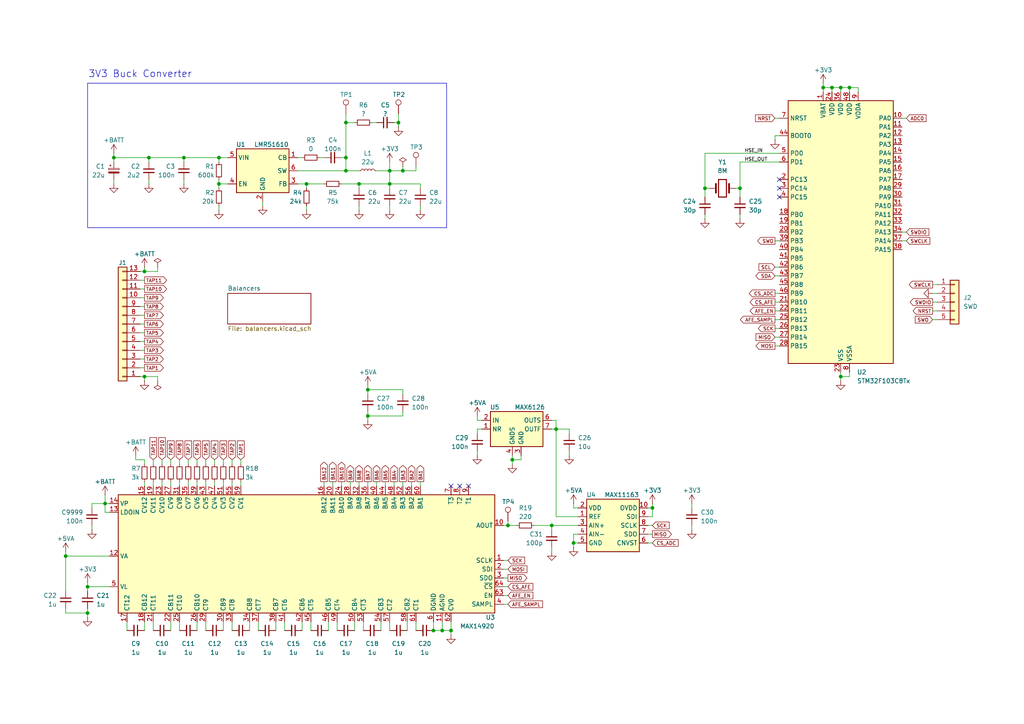
<source format=kicad_sch>
(kicad_sch (version 20231120) (generator "eeschema") (generator_version "8.0")
  (paper "A4")
  (title_block (title "Battery Management System") (date "2025-02-04") (rev "1") (company "York Formula Student"))
  (junction (at 53.34 45.72))
  (junction (at 243.84 25.4))
  (junction (at 189.23 147.32))
  (junction (at 43.18 45.72))
  (junction (at 147.32 152.4))
  (junction (at 166.37 157.48))
  (junction (at 130.81 182.88))
  (junction (at 241.3 25.4))
  (junction (at 116.84 49.53))
  (junction (at 113.03 49.53))
  (junction (at 243.84 109.22))
  (junction (at 25.4 177.8))
  (junction (at 160.02 152.4))
  (junction (at 246.38 25.4))
  (junction (at 100.33 49.53))
  (junction (at 100.33 35.56))
  (junction (at 148.59 133.35))
  (junction (at 125.73 182.88))
  (junction (at 161.29 124.46))
  (junction (at 106.68 120.65))
  (junction (at 63.5 45.72))
  (junction (at 41.91 109.22))
  (junction (at 106.68 113.03))
  (junction (at 214.63 54.61))
  (junction (at 115.57 35.56))
  (junction (at 238.76 25.4))
  (junction (at 63.5 53.34))
  (junction (at 25.4 170.18))
  (junction (at 88.9 53.34))
  (junction (at 204.47 54.61))
  (junction (at 30.48 146.05))
  (junction (at 33.02 45.72))
  (junction (at 100.33 45.72))
  (junction (at 41.91 78.74))
  (junction (at 19.05 161.29))
  (junction (at 128.27 182.88))
  (junction (at 104.14 53.34))
  (junction (at 113.03 53.34))
  (no_connect (at 135.89 140.97))
  (no_connect (at 226.06 52.07))
  (no_connect (at 226.06 54.61))
  (no_connect (at 226.06 57.15))
  (no_connect (at 130.81 140.97))
  (no_connect (at 133.35 140.97))
  (wire (pts (xy 130.81 182.88) (xy 130.81 184.15)))
  (wire (pts (xy 238.76 25.4) (xy 238.76 26.67)))
  (wire (pts (xy 41.91 133.35) (xy 39.37 133.35)))
  (wire (pts (xy 43.18 52.07) (xy 43.18 53.34)))
  (wire (pts (xy 88.9 59.69) (xy 88.9 60.96)))
  (wire (pts (xy 41.91 78.74) (xy 41.91 77.47)))
  (wire (pts (xy 30.48 143.51) (xy 30.48 146.05)))
  (wire (pts (xy 54.61 133.35) (xy 54.61 134.62)))
  (wire (pts (xy 63.5 53.34) (xy 66.04 53.34)))
  (wire (pts (xy 41.91 78.74) (xy 45.72 78.74)))
  (wire (pts (xy 118.11 180.34) (xy 118.11 182.88)))
  (wire (pts (xy 165.1 125.73) (xy 165.1 124.46)))
  (wire (pts (xy 86.36 45.72) (xy 87.63 45.72)))
  (wire (pts (xy 128.27 180.34) (xy 128.27 182.88)))
  (wire (pts (xy 57.15 139.7) (xy 57.15 140.97)))
  (wire (pts (xy 243.84 109.22) (xy 243.84 110.49)))
  (wire (pts (xy 246.38 26.67) (xy 246.38 25.4)))
  (wire (pts (xy 119.38 139.7) (xy 119.38 140.97)))
  (wire (pts (xy 45.72 109.22) (xy 41.91 109.22)))
  (wire (pts (xy 40.64 88.9) (xy 41.91 88.9)))
  (wire (pts (xy 53.34 52.07) (xy 53.34 53.34)))
  (wire (pts (xy 49.53 180.34) (xy 49.53 182.88)))
  (wire (pts (xy 49.53 139.7) (xy 49.53 140.97)))
  (wire (pts (xy 248.92 26.67) (xy 248.92 25.4)))
  (wire (pts (xy 189.23 147.32) (xy 187.96 147.32)))
  (wire (pts (xy 106.68 113.03) (xy 106.68 114.3)))
  (wire (pts (xy 146.05 172.72) (xy 147.32 172.72)))
  (wire (pts (xy 246.38 25.4) (xy 243.84 25.4)))
  (wire (pts (xy 116.84 114.3) (xy 116.84 113.03)))
  (wire (pts (xy 166.37 157.48) (xy 166.37 154.94)))
  (wire (pts (xy 224.79 80.01) (xy 226.06 80.01)))
  (wire (pts (xy 44.45 180.34) (xy 44.45 182.88)))
  (wire (pts (xy 146.05 167.64) (xy 147.32 167.64)))
  (wire (pts (xy 226.06 44.45) (xy 204.47 44.45)))
  (wire (pts (xy 148.59 133.35) (xy 148.59 134.62)))
  (wire (pts (xy 224.79 87.63) (xy 226.06 87.63)))
  (wire (pts (xy 41.91 139.7) (xy 41.91 140.97)))
  (wire (pts (xy 241.3 25.4) (xy 238.76 25.4)))
  (wire (pts (xy 146.05 170.18) (xy 147.32 170.18)))
  (wire (pts (xy 104.14 59.69) (xy 104.14 60.96)))
  (wire (pts (xy 214.63 54.61) (xy 214.63 57.15)))
  (wire (pts (xy 138.43 130.81) (xy 138.43 132.08)))
  (wire (pts (xy 165.1 124.46) (xy 161.29 124.46)))
  (wire (pts (xy 187.96 157.48) (xy 189.23 157.48)))
  (wire (pts (xy 74.93 180.34) (xy 74.93 182.88)))
  (wire (pts (xy 113.03 46.99) (xy 113.03 49.53)))
  (wire (pts (xy 30.48 148.59) (xy 31.75 148.59)))
  (wire (pts (xy 40.64 106.68) (xy 41.91 106.68)))
  (wire (pts (xy 224.79 40.64) (xy 224.79 39.37)))
  (wire (pts (xy 224.79 69.85) (xy 226.06 69.85)))
  (wire (pts (xy 270.51 90.17) (xy 271.78 90.17)))
  (wire (pts (xy 113.03 54.61) (xy 113.03 53.34)))
  (wire (pts (xy 31.75 161.29) (xy 19.05 161.29)))
  (wire (pts (xy 146.05 165.1) (xy 147.32 165.1)))
  (wire (pts (xy 72.39 180.34) (xy 72.39 182.88)))
  (wire (pts (xy 115.57 35.56) (xy 114.3 35.56)))
  (wire (pts (xy 204.47 62.23) (xy 204.47 63.5)))
  (wire (pts (xy 120.65 48.26) (xy 120.65 49.53)))
  (wire (pts (xy 261.62 67.31) (xy 262.89 67.31)))
  (wire (pts (xy 52.07 180.34) (xy 52.07 182.88)))
  (wire (pts (xy 67.31 180.34) (xy 67.31 182.88)))
  (wire (pts (xy 63.5 52.07) (xy 63.5 53.34)))
  (wire (pts (xy 138.43 121.92) (xy 139.7 121.92)))
  (wire (pts (xy 41.91 133.35) (xy 41.91 134.62)))
  (wire (pts (xy 86.36 53.34) (xy 88.9 53.34)))
  (wire (pts (xy 62.23 133.35) (xy 62.23 134.62)))
  (wire (pts (xy 107.95 35.56) (xy 109.22 35.56)))
  (wire (pts (xy 40.64 81.28) (xy 41.91 81.28)))
  (wire (pts (xy 121.92 54.61) (xy 121.92 53.34)))
  (wire (pts (xy 52.07 133.35) (xy 52.07 134.62)))
  (wire (pts (xy 167.64 147.32) (xy 166.37 147.32)))
  (wire (pts (xy 80.01 180.34) (xy 80.01 182.88)))
  (wire (pts (xy 154.94 152.4) (xy 160.02 152.4)))
  (wire (pts (xy 166.37 147.32) (xy 166.37 146.05)))
  (wire (pts (xy 147.32 152.4) (xy 149.86 152.4)))
  (wire (pts (xy 204.47 54.61) (xy 205.74 54.61)))
  (wire (pts (xy 146.05 152.4) (xy 147.32 152.4)))
  (wire (pts (xy 147.32 151.13) (xy 147.32 152.4)))
  (wire (pts (xy 100.33 33.02) (xy 100.33 35.56)))
  (wire (pts (xy 166.37 158.75) (xy 166.37 157.48)))
  (wire (pts (xy 104.14 139.7) (xy 104.14 140.97)))
  (wire (pts (xy 189.23 146.05) (xy 189.23 147.32)))
  (wire (pts (xy 200.66 152.4) (xy 200.66 153.67)))
  (wire (pts (xy 59.69 133.35) (xy 59.69 134.62)))
  (wire (pts (xy 270.51 85.09) (xy 271.78 85.09)))
  (wire (pts (xy 53.34 45.72) (xy 63.5 45.72)))
  (wire (pts (xy 189.23 147.32) (xy 189.23 149.86)))
  (wire (pts (xy 187.96 149.86) (xy 189.23 149.86)))
  (wire (pts (xy 121.92 139.7) (xy 121.92 140.97)))
  (wire (pts (xy 40.64 83.82) (xy 41.91 83.82)))
  (wire (pts (xy 161.29 121.92) (xy 161.29 124.46)))
  (wire (pts (xy 270.51 82.55) (xy 271.78 82.55)))
  (wire (pts (xy 45.72 110.49) (xy 45.72 109.22)))
  (wire (pts (xy 139.7 124.46) (xy 138.43 124.46)))
  (wire (pts (xy 104.14 53.34) (xy 104.14 54.61)))
  (wire (pts (xy 19.05 177.8) (xy 25.4 177.8)))
  (wire (pts (xy 125.73 180.34) (xy 125.73 182.88)))
  (wire (pts (xy 114.3 139.7) (xy 114.3 140.97)))
  (wire (pts (xy 121.92 59.69) (xy 121.92 60.96)))
  (wire (pts (xy 106.68 139.7) (xy 106.68 140.97)))
  (wire (pts (xy 110.49 180.34) (xy 110.49 182.88)))
  (wire (pts (xy 95.25 180.34) (xy 95.25 182.88)))
  (wire (pts (xy 30.48 146.05) (xy 30.48 148.59)))
  (wire (pts (xy 113.03 59.69) (xy 113.03 60.96)))
  (wire (pts (xy 238.76 24.13) (xy 238.76 25.4)))
  (wire (pts (xy 148.59 132.08) (xy 148.59 133.35)))
  (wire (pts (xy 33.02 44.45) (xy 33.02 45.72)))
  (wire (pts (xy 115.57 33.02) (xy 115.57 35.56)))
  (wire (pts (xy 82.55 180.34) (xy 82.55 182.88)))
  (wire (pts (xy 116.84 113.03) (xy 106.68 113.03)))
  (wire (pts (xy 100.33 35.56) (xy 100.33 45.72)))
  (wire (pts (xy 104.14 53.34) (xy 99.06 53.34)))
  (wire (pts (xy 167.64 154.94) (xy 166.37 154.94)))
  (wire (pts (xy 214.63 46.99) (xy 214.63 54.61)))
  (wire (pts (xy 87.63 180.34) (xy 87.63 182.88)))
  (wire (pts (xy 116.84 120.65) (xy 106.68 120.65)))
  (wire (pts (xy 63.5 45.72) (xy 63.5 46.99)))
  (wire (pts (xy 54.61 139.7) (xy 54.61 140.97)))
  (wire (pts (xy 46.99 133.35) (xy 46.99 134.62)))
  (wire (pts (xy 116.84 49.53) (xy 113.03 49.53)))
  (wire (pts (xy 109.22 49.53) (xy 113.03 49.53)))
  (wire (pts (xy 204.47 54.61) (xy 204.47 57.15)))
  (wire (pts (xy 63.5 53.34) (xy 63.5 54.61)))
  (wire (pts (xy 25.4 176.53) (xy 25.4 177.8)))
  (wire (pts (xy 138.43 120.65) (xy 138.43 121.92)))
  (wire (pts (xy 88.9 53.34) (xy 93.98 53.34)))
  (wire (pts (xy 116.84 119.38) (xy 116.84 120.65)))
  (wire (pts (xy 40.64 93.98) (xy 41.91 93.98)))
  (wire (pts (xy 64.77 133.35) (xy 64.77 134.62)))
  (wire (pts (xy 116.84 139.7) (xy 116.84 140.97)))
  (wire (pts (xy 214.63 54.61) (xy 213.36 54.61)))
  (wire (pts (xy 44.45 139.7) (xy 44.45 140.97)))
  (wire (pts (xy 40.64 109.22) (xy 41.91 109.22)))
  (wire (pts (xy 19.05 176.53) (xy 19.05 177.8)))
  (wire (pts (xy 40.64 78.74) (xy 41.91 78.74)))
  (wire (pts (xy 40.64 96.52) (xy 41.91 96.52)))
  (wire (pts (xy 224.79 39.37) (xy 226.06 39.37)))
  (wire (pts (xy 224.79 100.33) (xy 226.06 100.33)))
  (wire (pts (xy 69.85 133.35) (xy 69.85 134.62)))
  (wire (pts (xy 57.15 133.35) (xy 57.15 134.62)))
  (wire (pts (xy 19.05 161.29) (xy 19.05 171.45)))
  (wire (pts (xy 160.02 153.67) (xy 160.02 152.4)))
  (wire (pts (xy 105.41 180.34) (xy 105.41 182.88)))
  (wire (pts (xy 224.79 90.17) (xy 226.06 90.17)))
  (wire (pts (xy 224.79 77.47) (xy 226.06 77.47)))
  (wire (pts (xy 160.02 158.75) (xy 160.02 160.02)))
  (wire (pts (xy 40.64 86.36) (xy 41.91 86.36)))
  (wire (pts (xy 243.84 107.95) (xy 243.84 109.22)))
  (wire (pts (xy 100.33 49.53) (xy 104.14 49.53)))
  (wire (pts (xy 167.64 149.86) (xy 161.29 149.86)))
  (wire (pts (xy 44.45 133.35) (xy 44.45 134.62)))
  (wire (pts (xy 59.69 180.34) (xy 59.69 182.88)))
  (wire (pts (xy 25.4 170.18) (xy 31.75 170.18)))
  (wire (pts (xy 224.79 85.09) (xy 226.06 85.09)))
  (wire (pts (xy 90.17 180.34) (xy 90.17 182.88)))
  (wire (pts (xy 106.68 111.76) (xy 106.68 113.03)))
  (wire (pts (xy 241.3 26.67) (xy 241.3 25.4)))
  (wire (pts (xy 25.4 170.18) (xy 25.4 171.45)))
  (wire (pts (xy 113.03 49.53) (xy 113.03 53.34)))
  (wire (pts (xy 43.18 45.72) (xy 53.34 45.72)))
  (wire (pts (xy 59.69 139.7) (xy 59.69 140.97)))
  (wire (pts (xy 100.33 35.56) (xy 102.87 35.56)))
  (wire (pts (xy 53.34 46.99) (xy 53.34 45.72)))
  (wire (pts (xy 214.63 62.23) (xy 214.63 63.5)))
  (wire (pts (xy 41.91 109.22) (xy 41.91 110.49)))
  (wire (pts (xy 41.91 180.34) (xy 41.91 182.88)))
  (wire (pts (xy 33.02 52.07) (xy 33.02 53.34)))
  (wire (pts (xy 19.05 160.02) (xy 19.05 161.29)))
  (wire (pts (xy 130.81 182.88) (xy 128.27 182.88)))
  (wire (pts (xy 116.84 48.26) (xy 116.84 49.53)))
  (wire (pts (xy 224.79 92.71) (xy 226.06 92.71)))
  (wire (pts (xy 63.5 59.69) (xy 63.5 60.96)))
  (wire (pts (xy 36.83 180.34) (xy 36.83 182.88)))
  (wire (pts (xy 224.79 95.25) (xy 226.06 95.25)))
  (wire (pts (xy 270.51 87.63) (xy 271.78 87.63)))
  (wire (pts (xy 226.06 46.99) (xy 214.63 46.99)))
  (wire (pts (xy 111.76 139.7) (xy 111.76 140.97)))
  (wire (pts (xy 101.6 139.7) (xy 101.6 140.97)))
  (wire (pts (xy 40.64 99.06) (xy 41.91 99.06)))
  (wire (pts (xy 26.67 152.4) (xy 26.67 153.67)))
  (wire (pts (xy 93.98 139.7) (xy 93.98 140.97)))
  (wire (pts (xy 67.31 139.7) (xy 67.31 140.97)))
  (wire (pts (xy 97.79 180.34) (xy 97.79 182.88)))
  (wire (pts (xy 99.06 139.7) (xy 99.06 140.97)))
  (wire (pts (xy 151.13 132.08) (xy 151.13 133.35)))
  (wire (pts (xy 248.92 25.4) (xy 246.38 25.4)))
  (wire (pts (xy 166.37 157.48) (xy 167.64 157.48)))
  (wire (pts (xy 69.85 139.7) (xy 69.85 140.97)))
  (wire (pts (xy 161.29 124.46) (xy 160.02 124.46)))
  (wire (pts (xy 148.59 133.35) (xy 151.13 133.35)))
  (wire (pts (xy 187.96 152.4) (xy 189.23 152.4)))
  (wire (pts (xy 99.06 45.72) (xy 100.33 45.72)))
  (wire (pts (xy 187.96 154.94) (xy 189.23 154.94)))
  (wire (pts (xy 128.27 182.88) (xy 125.73 182.88)))
  (wire (pts (xy 246.38 109.22) (xy 243.84 109.22)))
  (wire (pts (xy 138.43 124.46) (xy 138.43 125.73)))
  (wire (pts (xy 224.79 34.29) (xy 226.06 34.29)))
  (wire (pts (xy 120.65 49.53) (xy 116.84 49.53)))
  (wire (pts (xy 52.07 139.7) (xy 52.07 140.97)))
  (wire (pts (xy 76.2 59.69) (xy 76.2 58.42)))
  (wire (pts (xy 62.23 139.7) (xy 62.23 140.97)))
  (wire (pts (xy 43.18 46.99) (xy 43.18 45.72)))
  (wire (pts (xy 109.22 139.7) (xy 109.22 140.97)))
  (wire (pts (xy 113.03 53.34) (xy 104.14 53.34)))
  (wire (pts (xy 64.77 180.34) (xy 64.77 182.88)))
  (wire (pts (xy 106.68 121.92) (xy 106.68 120.65)))
  (wire (pts (xy 160.02 121.92) (xy 161.29 121.92)))
  (wire (pts (xy 120.65 180.34) (xy 120.65 182.88)))
  (wire (pts (xy 261.62 69.85) (xy 262.89 69.85)))
  (wire (pts (xy 39.37 133.35) (xy 39.37 132.08)))
  (wire (pts (xy 40.64 91.44) (xy 41.91 91.44)))
  (wire (pts (xy 102.87 180.34) (xy 102.87 182.88)))
  (wire (pts (xy 161.29 124.46) (xy 161.29 149.86)))
  (wire (pts (xy 26.67 147.32) (xy 26.67 146.05)))
  (wire (pts (xy 243.84 25.4) (xy 241.3 25.4)))
  (wire (pts (xy 100.33 45.72) (xy 100.33 49.53)))
  (wire (pts (xy 88.9 53.34) (xy 88.9 54.61)))
  (wire (pts (xy 67.31 133.35) (xy 67.31 134.62)))
  (wire (pts (xy 25.4 168.91) (xy 25.4 170.18)))
  (wire (pts (xy 204.47 44.45) (xy 204.47 54.61)))
  (wire (pts (xy 46.99 139.7) (xy 46.99 140.97)))
  (wire (pts (xy 224.79 97.79) (xy 226.06 97.79)))
  (wire (pts (xy 243.84 26.67) (xy 243.84 25.4)))
  (wire (pts (xy 49.53 133.35) (xy 49.53 134.62)))
  (wire (pts (xy 25.4 177.8) (xy 25.4 179.07)))
  (wire (pts (xy 92.71 45.72) (xy 93.98 45.72)))
  (wire (pts (xy 96.52 139.7) (xy 96.52 140.97)))
  (wire (pts (xy 113.03 53.34) (xy 121.92 53.34)))
  (wire (pts (xy 64.77 139.7) (xy 64.77 140.97)))
  (wire (pts (xy 261.62 34.29) (xy 262.89 34.29)))
  (wire (pts (xy 200.66 146.05) (xy 200.66 147.32)))
  (wire (pts (xy 270.51 92.71) (xy 271.78 92.71)))
  (wire (pts (xy 40.64 101.6) (xy 41.91 101.6)))
  (wire (pts (xy 63.5 45.72) (xy 66.04 45.72)))
  (wire (pts (xy 130.81 180.34) (xy 130.81 182.88)))
  (wire (pts (xy 40.64 104.14) (xy 41.91 104.14)))
  (wire (pts (xy 57.15 180.34) (xy 57.15 182.88)))
  (wire (pts (xy 33.02 46.99) (xy 33.02 45.72)))
  (wire (pts (xy 160.02 152.4) (xy 167.64 152.4)))
  (wire (pts (xy 146.05 175.26) (xy 147.32 175.26)))
  (wire (pts (xy 146.05 162.56) (xy 147.32 162.56)))
  (wire (pts (xy 31.75 146.05) (xy 30.48 146.05)))
  (wire (pts (xy 106.68 119.38) (xy 106.68 120.65)))
  (wire (pts (xy 26.67 146.05) (xy 30.48 146.05)))
  (wire (pts (xy 33.02 45.72) (xy 43.18 45.72)))
  (wire (pts (xy 165.1 130.81) (xy 165.1 132.08)))
  (wire (pts (xy 246.38 107.95) (xy 246.38 109.22)))
  (wire (pts (xy 115.57 36.83) (xy 115.57 35.56)))
  (wire (pts (xy 45.72 77.47) (xy 45.72 78.74)))
  (wire (pts (xy 86.36 49.53) (xy 100.33 49.53)))
  (wire (pts (xy 113.03 180.34) (xy 113.03 182.88)))
  (rectangle (start 25.4 24.13) (end 129.54 66.04))
  (text "3V3 Buck Converter" (at 40.64 21.59 0) (effects (font (size 2 2))))
  (label "HSE_IN" (at 215.9 44.45 0) (effects (font (size 1 1))))
  (label "HSE_OUT" (at 215.9 46.99 0) (effects (font (size 1 1))))
  (global_label "ADC0" (shape input) (at 262.89 34.29 0) (effects (font (size 1 1))) (property "Intersheetrefs" "${INTERSHEET_REFS}" (effects (hide yes))))
  (global_label "TAP2" (shape output) (at 41.91 104.14 0) (effects (font (size 1 1))) (property "Intersheetrefs" "${INTERSHEET_REFS}" (effects (hide yes))))
  (global_label "CS_ADC" (shape input) (at 189.23 157.48 0) (effects (font (size 1 1))) (property "Intersheetrefs" "${INTERSHEET_REFS}" (effects (hide yes))))
  (global_label "TAP8" (shape output) (at 41.91 88.9 0) (effects (font (size 1 1))) (property "Intersheetrefs" "${INTERSHEET_REFS}" (effects (hide yes))))
  (global_label "BA8" (shape output) (at 104.14 139.7 90) (effects (font (size 1 1))) (property "Intersheetrefs" "${INTERSHEET_REFS}" (effects (hide yes))))
  (global_label "MISO" (shape output) (at 147.32 167.64 0) (effects (font (size 1 1))) (property "Intersheetrefs" "${INTERSHEET_REFS}" (effects (hide yes))))
  (global_label "TAP4" (shape output) (at 41.91 99.06 0) (effects (font (size 1 1))) (property "Intersheetrefs" "${INTERSHEET_REFS}" (effects (hide yes))))
  (global_label "SDA" (shape bidirectional) (at 224.79 80.01 180) (effects (font (size 1 1))) (property "Intersheetrefs" "${INTERSHEET_REFS}" (effects (hide yes))))
  (global_label "TAP9" (shape output) (at 41.91 86.36 0) (effects (font (size 1 1))) (property "Intersheetrefs" "${INTERSHEET_REFS}" (effects (hide yes))))
  (global_label "TAP3" (shape input) (at 64.77 133.35 90) (effects (font (size 1 1))) (property "Intersheetrefs" "${INTERSHEET_REFS}" (effects (hide yes))))
  (global_label "TAP5" (shape input) (at 59.69 133.35 90) (effects (font (size 1 1))) (property "Intersheetrefs" "${INTERSHEET_REFS}" (effects (hide yes))))
  (global_label "BA11" (shape output) (at 96.52 139.7 90) (effects (font (size 1 1))) (property "Intersheetrefs" "${INTERSHEET_REFS}" (effects (hide yes))))
  (global_label "TAP1" (shape output) (at 41.91 106.68 0) (effects (font (size 1 1))) (property "Intersheetrefs" "${INTERSHEET_REFS}" (effects (hide yes))))
  (global_label "TAP11" (shape input) (at 44.45 133.35 90) (effects (font (size 1 1))) (property "Intersheetrefs" "${INTERSHEET_REFS}" (effects (hide yes))))
  (global_label "TAP3" (shape output) (at 41.91 101.6 0) (effects (font (size 1 1))) (property "Intersheetrefs" "${INTERSHEET_REFS}" (effects (hide yes))))
  (global_label "BA6" (shape output) (at 109.22 139.7 90) (effects (font (size 1 1))) (property "Intersheetrefs" "${INTERSHEET_REFS}" (effects (hide yes))))
  (global_label "BA5" (shape output) (at 111.76 139.7 90) (effects (font (size 1 1))) (property "Intersheetrefs" "${INTERSHEET_REFS}" (effects (hide yes))))
  (global_label "CS_AFE" (shape input) (at 147.32 170.18 0) (effects (font (size 1 1))) (property "Intersheetrefs" "${INTERSHEET_REFS}" (effects (hide yes))))
  (global_label "MISO" (shape output) (at 189.23 154.94 0) (effects (font (size 1 1))) (property "Intersheetrefs" "${INTERSHEET_REFS}" (effects (hide yes))))
  (global_label "TAP7" (shape output) (at 41.91 91.44 0) (effects (font (size 1 1))) (property "Intersheetrefs" "${INTERSHEET_REFS}" (effects (hide yes))))
  (global_label "NRST" (shape input) (at 224.79 34.29 180) (effects (font (size 1 1))) (property "Intersheetrefs" "${INTERSHEET_REFS}" (effects (hide yes))))
  (global_label "SCK" (shape input) (at 189.23 152.4 0) (effects (font (size 1 1))) (property "Intersheetrefs" "${INTERSHEET_REFS}" (effects (hide yes))))
  (global_label "SWCLK" (shape input) (at 262.89 69.85 0) (effects (font (size 1 1))) (property "Intersheetrefs" "${INTERSHEET_REFS}" (effects (hide yes))))
  (global_label "TAP8" (shape input) (at 52.07 133.35 90) (effects (font (size 1 1))) (property "Intersheetrefs" "${INTERSHEET_REFS}" (effects (hide yes))))
  (global_label "TAP5" (shape output) (at 41.91 96.52 0) (effects (font (size 1 1))) (property "Intersheetrefs" "${INTERSHEET_REFS}" (effects (hide yes))))
  (global_label "SWDIO" (shape input) (at 262.89 67.31 0) (effects (font (size 1 1))) (property "Intersheetrefs" "${INTERSHEET_REFS}" (effects (hide yes))))
  (global_label "BA7" (shape output) (at 106.68 139.7 90) (effects (font (size 1 1))) (property "Intersheetrefs" "${INTERSHEET_REFS}" (effects (hide yes))))
  (global_label "AFE_SAMPL" (shape input) (at 147.32 175.26 0) (effects (font (size 1 1))) (property "Intersheetrefs" "${INTERSHEET_REFS}" (effects (hide yes))))
  (global_label "TAP6" (shape output) (at 41.91 93.98 0) (effects (font (size 1 1))) (property "Intersheetrefs" "${INTERSHEET_REFS}" (effects (hide yes))))
  (global_label "BA4" (shape output) (at 114.3 139.7 90) (effects (font (size 1 1))) (property "Intersheetrefs" "${INTERSHEET_REFS}" (effects (hide yes))))
  (global_label "TAP7" (shape input) (at 54.61 133.35 90) (effects (font (size 1 1))) (property "Intersheetrefs" "${INTERSHEET_REFS}" (effects (hide yes))))
  (global_label "TAP9" (shape input) (at 49.53 133.35 90) (effects (font (size 1 1))) (property "Intersheetrefs" "${INTERSHEET_REFS}" (effects (hide yes))))
  (global_label "NRST" (shape output) (at 270.51 90.17 180) (effects (font (size 1 1))) (property "Intersheetrefs" "${INTERSHEET_REFS}" (effects (hide yes))))
  (global_label "BA2" (shape output) (at 119.38 139.7 90) (effects (font (size 1 1))) (property "Intersheetrefs" "${INTERSHEET_REFS}" (effects (hide yes))))
  (global_label "SWDIO" (shape output) (at 270.51 87.63 180) (effects (font (size 1 1))) (property "Intersheetrefs" "${INTERSHEET_REFS}" (effects (hide yes))))
  (global_label "AFE_EN" (shape input) (at 147.32 172.72 0) (effects (font (size 1 1))) (property "Intersheetrefs" "${INTERSHEET_REFS}" (effects (hide yes))))
  (global_label "SWO" (shape input) (at 270.51 92.71 180) (effects (font (size 1 1))) (property "Intersheetrefs" "${INTERSHEET_REFS}" (effects (hide yes))))
  (global_label "SCK" (shape input) (at 147.32 162.56 0) (effects (font (size 1 1))) (property "Intersheetrefs" "${INTERSHEET_REFS}" (effects (hide yes))))
  (global_label "SWO" (shape output) (at 224.79 69.85 180) (effects (font (size 1 1))) (property "Intersheetrefs" "${INTERSHEET_REFS}" (effects (hide yes))))
  (global_label "AFE_SAMPL" (shape output) (at 224.79 92.71 180) (effects (font (size 1 1))) (property "Intersheetrefs" "${INTERSHEET_REFS}" (effects (hide yes))))
  (global_label "SCL" (shape input) (at 224.79 77.47 180) (effects (font (size 1 1))) (property "Intersheetrefs" "${INTERSHEET_REFS}" (effects (hide yes))))
  (global_label "BA9" (shape output) (at 101.6 139.7 90) (effects (font (size 1 1))) (property "Intersheetrefs" "${INTERSHEET_REFS}" (effects (hide yes))))
  (global_label "TAP6" (shape input) (at 57.15 133.35 90) (effects (font (size 1 1))) (property "Intersheetrefs" "${INTERSHEET_REFS}" (effects (hide yes))))
  (global_label "CS_AFE" (shape output) (at 224.79 87.63 180) (effects (font (size 1 1))) (property "Intersheetrefs" "${INTERSHEET_REFS}" (effects (hide yes))))
  (global_label "TAP1" (shape input) (at 69.85 133.35 90) (effects (font (size 1 1))) (property "Intersheetrefs" "${INTERSHEET_REFS}" (effects (hide yes))))
  (global_label "TAP10" (shape input) (at 46.99 133.35 90) (effects (font (size 1 1))) (property "Intersheetrefs" "${INTERSHEET_REFS}" (effects (hide yes))))
  (global_label "SCK" (shape output) (at 224.79 95.25 180) (effects (font (size 1 1))) (property "Intersheetrefs" "${INTERSHEET_REFS}" (effects (hide yes))))
  (global_label "TAP4" (shape input) (at 62.23 133.35 90) (effects (font (size 1 1))) (property "Intersheetrefs" "${INTERSHEET_REFS}" (effects (hide yes))))
  (global_label "BA1" (shape output) (at 121.92 139.7 90) (effects (font (size 1 1))) (property "Intersheetrefs" "${INTERSHEET_REFS}" (effects (hide yes))))
  (global_label "MOSI" (shape input) (at 147.32 165.1 0) (effects (font (size 1 1))) (property "Intersheetrefs" "${INTERSHEET_REFS}" (effects (hide yes))))
  (global_label "MISO" (shape input) (at 224.79 97.79 180) (effects (font (size 1 1))) (property "Intersheetrefs" "${INTERSHEET_REFS}" (effects (hide yes))))
  (global_label "MOSI" (shape output) (at 224.79 100.33 180) (effects (font (size 1 1))) (property "Intersheetrefs" "${INTERSHEET_REFS}" (effects (hide yes))))
  (global_label "SWCLK" (shape output) (at 270.51 82.55 180) (effects (font (size 1 1))) (property "Intersheetrefs" "${INTERSHEET_REFS}" (effects (hide yes))))
  (global_label "CS_ADC" (shape output) (at 224.79 85.09 180) (effects (font (size 1 1))) (property "Intersheetrefs" "${INTERSHEET_REFS}" (effects (hide yes))))
  (global_label "BA3" (shape output) (at 116.84 139.7 90) (effects (font (size 1 1))) (property "Intersheetrefs" "${INTERSHEET_REFS}" (effects (hide yes))))
  (global_label "TAP10" (shape output) (at 41.91 83.82 0) (effects (font (size 1 1))) (property "Intersheetrefs" "${INTERSHEET_REFS}" (effects (hide yes))))
  (global_label "TAP2" (shape input) (at 67.31 133.35 90) (effects (font (size 1 1))) (property "Intersheetrefs" "${INTERSHEET_REFS}" (effects (hide yes))))
  (global_label "BA12" (shape output) (at 93.98 139.7 90) (effects (font (size 1 1))) (property "Intersheetrefs" "${INTERSHEET_REFS}" (effects (hide yes))))
  (global_label "BA10" (shape output) (at 99.06 139.7 90) (effects (font (size 1 1))) (property "Intersheetrefs" "${INTERSHEET_REFS}" (effects (hide yes))))
  (global_label "TAP11" (shape output) (at 41.91 81.28 0) (effects (font (size 1 1))) (property "Intersheetrefs" "${INTERSHEET_REFS}" (effects (hide yes))))
  (global_label "AFE_EN" (shape output) (at 224.79 90.17 180) (effects (font (size 1 1))) (property "Intersheetrefs" "${INTERSHEET_REFS}" (effects (hide yes))))
  (symbol (lib_id "Device:C_Small") (at 69.85 182.88 270) (mirror x) (unit 1)
    (property "Reference" "C13" (at 69.85 186.69 90))
    (property "Value" "1u" (at 69.85 189.23 90))
    (property "Footprint" "Capacitor_SMD:C_0603_1608Metric" (effects (hide yes)))
    (property "Description" "Unpolarized capacitor, small symbol" (effects (hide yes)))
    (property "Role" "MAX14920 sample capacitor" (effects (hide yes)))
  )
  (symbol (lib_id "Device:R_Small") (at 46.99 137.16 180) (unit 1)
    (property "Reference" "R9" (effects (hide yes)))
    (property "Value" "3k" (effects (hide yes)))
    (property "Footprint" "Resistor_SMD:R_0603_1608Metric" (effects (hide yes)))
    (property "Description" "Resistor, small symbol" (effects (hide yes)))
    (property "Role" "MAX14920 sample resistor" (effects (hide yes)))
  )
  (symbol (lib_id "Device:R_Small") (at 59.69 137.16 180) (unit 1)
    (property "Reference" "R14" (effects (hide yes)))
    (property "Value" "3k" (effects (hide yes)))
    (property "Footprint" "Resistor_SMD:R_0603_1608Metric" (effects (hide yes)))
    (property "Description" "Resistor, small symbol" (effects (hide yes)))
    (property "Role" "MAX14920 sample resistor" (effects (hide yes)))
  )
  (symbol (lib_id "power:+3V3") (at 113.03 46.99 0) (unit 1)
    (property "Reference" "#PWR015" (effects (hide yes)))
    (property "Value" "+3V3" (at 113.03 43.18 0))
    (property "Description" "Power symbol creates a global label with name \"+3V3\"" (effects (hide yes)))
  )
  (symbol (lib_id "power:GND") (at 224.79 40.64 0) (unit 1)
    (property "Reference" "#PWR024" (effects (hide yes)))
    (property "Value" "GND" (effects (hide yes)))
    (property "Description" "Power symbol creates a global label with name \"GND\" , ground" (effects (hide yes)))
  )
  (symbol (lib_id "Device:R_Small") (at 49.53 137.16 180) (unit 1)
    (property "Reference" "R10" (effects (hide yes)))
    (property "Value" "3k" (effects (hide yes)))
    (property "Footprint" "Resistor_SMD:R_0603_1608Metric" (effects (hide yes)))
    (property "Description" "Resistor, small symbol" (effects (hide yes)))
    (property "Role" "MAX14920 sample resistor" (effects (hide yes)))
  )
  (symbol (lib_id "Device:R_Small") (at 52.07 137.16 180) (unit 1)
    (property "Reference" "R11" (effects (hide yes)))
    (property "Value" "3k" (effects (hide yes)))
    (property "Footprint" "Resistor_SMD:R_0603_1608Metric" (effects (hide yes)))
    (property "Description" "Resistor, small symbol" (effects (hide yes)))
    (property "Role" "MAX14920 sample resistor" (effects (hide yes)))
  )
  (symbol (lib_id "Device:R_Small") (at 54.61 137.16 180) (unit 1)
    (property "Reference" "R12" (effects (hide yes)))
    (property "Value" "3k" (effects (hide yes)))
    (property "Footprint" "Resistor_SMD:R_0603_1608Metric" (effects (hide yes)))
    (property "Description" "Resistor, small symbol" (effects (hide yes)))
    (property "Role" "MAX14920 sample resistor" (effects (hide yes)))
  )
  (symbol (lib_id "power:GND") (at 41.91 110.49 0) (unit 1)
    (property "Reference" "#PWR011" (effects (hide yes)))
    (property "Value" "GND" (effects (hide yes)))
    (property "Description" "Power symbol creates a global label with name \"GND\" , ground" (effects (hide yes)))
  )
  (symbol (lib_id "Device:C_Small") (at 214.63 59.69 0) (mirror y) (unit 1)
    (property "Reference" "C25" (at 217.17 58.4262 0) (effects (justify right)))
    (property "Value" "30p" (at 217.17 60.9662 0) (effects (justify right)))
    (property "Footprint" "Capacitor_SMD:C_0603_1608Metric" (effects (hide yes)))
    (property "Description" "Unpolarized capacitor, small symbol" (effects (hide yes)))
    (property "Role" "Crystal load capacitor" (effects (hide yes)))
  )
  (symbol (lib_id "Device:R_Small") (at 63.5 57.15 0) (unit 1)
    (property "Reference" "R2" (at 62.23 55.88 0) (effects (justify right)))
    (property "Value" "20k" (at 62.23 58.42 0) (effects (justify right)))
    (property "Footprint" "Resistor_SMD:R_0603_1608Metric" (effects (hide yes)))
    (property "Description" "Resistor, small symbol" (effects (hide yes)))
    (property "Role" "LMR51610 enable potential divider (bottom resistor)" (effects (hide yes)))
  )
  (symbol (lib_id "Device:C_Small") (at 46.99 182.88 270) (mirror x) (unit 1)
    (property "Reference" "C10" (at 46.99 186.69 90))
    (property "Value" "1u" (at 46.99 189.23 90))
    (property "Footprint" "Capacitor_SMD:C_0603_1608Metric" (effects (hide yes)))
    (property "Description" "Unpolarized capacitor, small symbol" (effects (hide yes)))
    (property "Role" "MAX14920 sample capacitor" (effects (hide yes)))
  )
  (symbol (lib_id "Connector:TestPoint") (at 100.33 33.02 0) (unit 1)
    (property "Reference" "TP1" (at 98.6188 27.4364 0) (effects (justify left)))
    (property "Value" "TestPoint" (effects (hide yes)))
    (property "Footprint" "TestPoint:TestPoint_Keystone_5000-5004_Miniature" (effects (hide yes)))
    (property "Description" "test point" (effects (hide yes)))
    (property "Role" "LMR51610 switch node" (effects (hide yes)))
  )
  (symbol (lib_id "Device:R_Small") (at 88.9 57.15 0) (mirror y) (unit 1)
    (property "Reference" "R4" (at 87.63 55.88 0) (effects (justify left)))
    (property "Value" "24k" (at 87.63 58.42 0) (effects (justify left)))
    (property "Footprint" "Resistor_SMD:R_0603_1608Metric" (effects (hide yes)))
    (property "Description" "Resistor, small symbol" (effects (hide yes)))
    (property "Role" "LMR51610 feedback potential divider (bottom resistor)" (effects (hide yes)))
  )
  (symbol (lib_id "Device:R_Small") (at 64.77 137.16 180) (unit 1)
    (property "Reference" "R16" (effects (hide yes)))
    (property "Value" "3k" (effects (hide yes)))
    (property "Footprint" "Resistor_SMD:R_0603_1608Metric" (effects (hide yes)))
    (property "Description" "Resistor, small symbol" (effects (hide yes)))
    (property "Role" "MAX14920 sample resistor" (effects (hide yes)))
  )
  (symbol (lib_id "power:PWR_FLAG") (at 45.72 77.47 0) (unit 1)
    (property "Reference" "#FLG01" (effects (hide yes)))
    (property "Value" "PWR_FLAG" (effects (hide yes)))
    (property "Description" "Special symbol for telling ERC where power comes from" (effects (hide yes)))
  )
  (symbol (lib_id "Device:C_Small") (at 77.47 182.88 270) (mirror x) (unit 1)
    (property "Reference" "C14" (at 77.47 186.69 90))
    (property "Value" "1u" (at 77.47 189.23 90))
    (property "Footprint" "Capacitor_SMD:C_0603_1608Metric" (effects (hide yes)))
    (property "Description" "Unpolarized capacitor, small symbol" (effects (hide yes)))
    (property "Role" "MAX14920 sample capacitor" (effects (hide yes)))
  )
  (symbol (lib_id "bms:MAX11163") (at 170.18 144.78 0) (unit 1)
    (property "Reference" "U4" (at 171.45 143.51 0))
    (property "Value" "MAX11163" (at 180.34 143.51 0))
    (property "Footprint" "Package_SO:MSOP-10_3x3mm_P0.5mm" (effects (hide yes)))
    (property "Datasheet" "https://www.analog.com/media/en/technical-documentation/data-sheets/max11163.pdf" (effects (hide yes)))
    (property "Description" "16-Bit 250ksps SAR ADC" (effects (hide yes)))
    (property "Role" "ADC" (effects (hide yes)))
  )
  (symbol (lib_id "power:+5VA") (at 106.68 111.76 0) (unit 1)
    (property "Reference" "#PWR029" (effects (hide yes)))
    (property "Value" "+5VA" (at 106.68 107.95 0))
    (property "Description" "Power symbol creates a global label with name \"+5VA\"" (effects (hide yes)))
  )
  (symbol (lib_id "power:+BATT") (at 39.37 132.08 0) (unit 1)
    (property "Reference" "#PWR038" (effects (hide yes)))
    (property "Value" "+BATT" (at 39.37 128.27 0))
    (property "Description" "Power symbol creates a global label with name \"+BATT\"" (effects (hide yes)))
  )
  (symbol (lib_id "power:+BATT") (at 41.91 77.47 0) (unit 1)
    (property "Reference" "#PWR012" (effects (hide yes)))
    (property "Value" "+BATT" (at 41.91 73.66 0))
    (property "Description" "Power symbol creates a global label with name \"+BATT\"" (effects (hide yes)))
  )
  (symbol (lib_id "Connector_Generic:Conn_01x13") (at 35.56 93.98 180) (unit 1)
    (property "Reference" "J1" (at 35.56 76.2 0))
    (property "Value" "Conn_01x13" (effects (hide yes)))
    (property "Description" "Generic connector, single row, 01x13, script generated (kicad-library-utils/schlib/autogen/connector/)" (effects (hide yes)))
  )
  (symbol (lib_id "Device:C_Small") (at 165.1 128.27 0) (unit 1)
    (property "Reference" "C26" (at 167.64 127.0062 0) (effects (justify left)))
    (property "Value" "10u" (at 167.64 129.5462 0) (effects (justify left)))
    (property "Description" "Unpolarized capacitor, small symbol" (effects (hide yes)))
    (property "Role" "MAX6126 output reference decoupling" (effects (hide yes)))
  )
  (symbol (lib_id "power:GND") (at 26.67 153.67 0) (unit 1)
    (property "Reference" "#PWR018" (effects (hide yes)))
    (property "Value" "GND" (effects (hide yes)))
    (property "Description" "Power symbol creates a global label with name \"GND\" , ground" (effects (hide yes)))
  )
  (symbol (lib_id "Device:C_Small") (at 85.09 182.88 270) (mirror x) (unit 1)
    (property "Reference" "C15" (at 85.09 186.69 90))
    (property "Value" "1u" (at 85.09 189.23 90))
    (property "Footprint" "Capacitor_SMD:C_0603_1608Metric" (effects (hide yes)))
    (property "Description" "Unpolarized capacitor, small symbol" (effects (hide yes)))
    (property "Role" "MAX14920 sample capacitor" (effects (hide yes)))
  )
  (symbol (lib_id "power:GND") (at 200.66 153.67 0) (unit 1)
    (property "Reference" "#PWR036" (effects (hide yes)))
    (property "Value" "GND" (effects (hide yes)))
    (property "Description" "Power symbol creates a global label with name \"GND\" , ground" (effects (hide yes)))
  )
  (symbol (lib_id "power:+BATT") (at 30.48 143.51 0) (unit 1)
    (property "Reference" "#PWR025" (effects (hide yes)))
    (property "Value" "+BATT" (at 30.48 139.7 0))
    (property "Description" "Power symbol creates a global label with name \"+BATT\"" (effects (hide yes)))
  )
  (symbol (lib_id "bms:LMR51610") (at 68.58 43.18 0) (unit 1)
    (property "Reference" "U1" (at 69.85 41.91 0))
    (property "Value" "LMR51610" (at 78.74 41.91 0))
    (property "Footprint" "Package_TO_SOT_SMD:SOT-23-6" (effects (hide yes)))
    (property "Datasheet" "https://www.ti.com/lit/ds/symlink/lmr51610.pdf" (effects (hide yes)))
    (property "Description" "4-65V input 1A buck converter" (effects (hide yes)))
    (property "Role" "Vbatt to 3V3 buck converter" (effects (hide yes)))
  )
  (symbol (lib_id "power:PWR_FLAG") (at 45.72 110.49 180) (unit 1)
    (property "Reference" "#FLG03" (effects (hide yes)))
    (property "Value" "PWR_FLAG" (effects (hide yes)))
    (property "Description" "Special symbol for telling ERC where power comes from" (effects (hide yes)))
  )
  (symbol (lib_id "power:PWR_FLAG") (at 116.84 48.26 0) (unit 1)
    (property "Reference" "#FLG02" (effects (hide yes)))
    (property "Value" "PWR_FLAG" (effects (hide yes)))
    (property "Description" "Special symbol for telling ERC where power comes from" (effects (hide yes)))
  )
  (symbol (lib_id "power:GND") (at 243.84 110.49 0) (unit 1)
    (property "Reference" "#PWR020" (effects (hide yes)))
    (property "Value" "GND" (effects (hide yes)))
    (property "Description" "Power symbol creates a global label with name \"GND\" , ground" (effects (hide yes)))
  )
  (symbol (lib_id "Device:C_Small") (at 200.66 149.86 0) (unit 1)
    (property "Reference" "C30" (at 203.2 148.5962 0) (effects (justify left)))
    (property "Value" "100n" (at 203.2 151.1362 0) (effects (justify left)))
    (property "Footprint" "Capacitor_SMD:C_0603_1608Metric" (effects (hide yes)))
    (property "Description" "Unpolarized capacitor, small symbol" (effects (hide yes)))
    (property "Role" "MAX11163 local decoupling" (effects (hide yes)))
  )
  (symbol (lib_id "Device:C_Small") (at 204.47 59.69 0) (unit 1)
    (property "Reference" "C24" (at 201.93 58.4262 0) (effects (justify right)))
    (property "Value" "30p" (at 201.93 60.9662 0) (effects (justify right)))
    (property "Footprint" "Capacitor_SMD:C_0603_1608Metric" (effects (hide yes)))
    (property "Description" "Unpolarized capacitor, small symbol" (effects (hide yes)))
    (property "Role" "Crystal load capacitor" (effects (hide yes)))
  )
  (symbol (lib_id "Device:Crystal") (at 209.55 54.61 0) (unit 1)
    (property "Reference" "Y1" (at 209.55 46.99 0))
    (property "Value" "8M" (at 209.55 49.53 0))
    (property "Footprint" "Crystal:Crystal_SMD_5032-2Pin_5.0x3.2mm" (effects (hide yes)))
    (property "Description" "Two pin crystal" (effects (hide yes)))
    (property "Role" "STM32 HSE crystal" (effects (hide yes)))
  )
  (symbol (lib_id "Device:R_Small") (at 152.4 152.4 90) (unit 1)
    (property "Reference" "R19" (at 152.4 147.32 90))
    (property "Value" "220" (at 152.4 149.86 90))
    (property "Footprint" "Resistor_SMD:R_0603_1608Metric" (effects (hide yes)))
    (property "Description" "Resistor, small symbol" (effects (hide yes)))
    (property "Role" "MAX14920 AOUT filtering" (effects (hide yes)))
  )
  (symbol (lib_id "Device:R_Small") (at 90.17 45.72 90) (unit 1)
    (property "Reference" "R3" (at 90.17 40.64 90))
    (property "Value" "0" (at 90.17 43.18 90))
    (property "Footprint" "Resistor_SMD:R_0603_1608Metric" (effects (hide yes)))
    (property "Description" "Resistor, small symbol" (effects (hide yes)))
    (property "Role" "LMR51610 boost capacitor series resistor" (effects (hide yes)))
  )
  (symbol (lib_id "power:GND") (at 43.18 53.34 0) (unit 1)
    (property "Reference" "#PWR09" (effects (hide yes)))
    (property "Value" "GND" (effects (hide yes)))
    (property "Description" "Power symbol creates a global label with name \"GND\" , ground" (effects (hide yes)))
  )
  (symbol (lib_id "MCU_ST_STM32F1:STM32F103C8Tx") (at 243.84 67.31 0) (unit 1)
    (property "Reference" "U2" (at 248.5741 107.95 0) (effects (justify left)))
    (property "Value" "STM32F103C8Tx" (at 248.5741 110.49 0) (effects (justify left)))
    (property "Footprint" "Package_QFP:LQFP-48_7x7mm_P0.5mm" (effects (hide yes)))
    (property "Datasheet" "https://www.st.com/resource/en/datasheet/stm32f103c8.pdf" (effects (hide yes)))
    (property "Description" "STMicroelectronics Arm Cortex-M3 MCU, 64KB flash, 20KB RAM, 72 MHz, 2.0-3.6V, 37 GPIO, LQFP48" (effects (hide yes)))
    (property "Role" "Main STM32 processor" (effects (hide yes)))
  )
  (symbol (lib_id "power:GND") (at 106.68 121.92 0) (unit 1)
    (property "Reference" "#PWR030" (effects (hide yes)))
    (property "Value" "GND" (effects (hide yes)))
    (property "Description" "Power symbol creates a global label with name \"GND\" , ground" (effects (hide yes)))
  )
  (symbol (lib_id "power:GND") (at 33.02 53.34 0) (unit 1)
    (property "Reference" "#PWR010" (effects (hide yes)))
    (property "Value" "GND" (effects (hide yes)))
    (property "Description" "Power symbol creates a global label with name \"GND\" , ground" (effects (hide yes)))
  )
  (symbol (lib_id "power:GND") (at 160.02 160.02 0) (unit 1)
    (property "Reference" "#PWR037" (effects (hide yes)))
    (property "Value" "GND" (effects (hide yes)))
    (property "Description" "Power symbol creates a global label with name \"GND\" , ground" (effects (hide yes)))
  )
  (symbol (lib_id "power:+5VA") (at 19.05 160.02 0) (unit 1)
    (property "Reference" "#PWR019" (effects (hide yes)))
    (property "Value" "+5VA" (at 19.05 156.21 0))
    (property "Description" "Power symbol creates a global label with name \"+5VA\"" (effects (hide yes)))
  )
  (symbol (lib_id "Connector:TestPoint") (at 115.57 33.02 0) (unit 1)
    (property "Reference" "TP2" (at 113.8588 27.4364 0) (effects (justify left)))
    (property "Value" "TestPoint" (effects (hide yes)))
    (property "Footprint" "TestPoint:TestPoint_Keystone_5000-5004_Miniature" (effects (hide yes)))
    (property "Description" "test point" (effects (hide yes)))
    (property "Role" "LMR51610 switch node ground" (effects (hide yes)))
  )
  (symbol (lib_id "Device:R_Small") (at 67.31 137.16 180) (unit 1)
    (property "Reference" "R17" (effects (hide yes)))
    (property "Value" "3k" (effects (hide yes)))
    (property "Footprint" "Resistor_SMD:R_0603_1608Metric" (effects (hide yes)))
    (property "Description" "Resistor, small symbol" (effects (hide yes)))
    (property "Role" "MAX14920 sample resistor" (effects (hide yes)))
  )
  (symbol (lib_id "power:GND") (at 165.1 132.08 0) (unit 1)
    (property "Reference" "#PWR034" (effects (hide yes)))
    (property "Value" "GND" (effects (hide yes)))
    (property "Description" "Power symbol creates a global label with name \"GND\" , ground" (effects (hide yes)))
  )
  (symbol (lib_id "Connector_Generic:Conn_01x05") (at 276.86 87.63 0) (unit 1)
    (property "Reference" "J2" (at 279.4 86.3599 0) (effects (justify left)))
    (property "Value" "SWD" (at 279.4 88.8999 0) (effects (justify left)))
    (property "Footprint" "Connector_PinHeader_2.54mm:PinHeader_1x05_P2.54mm_Vertical" (effects (hide yes)))
    (property "Description" "Generic connector, single row, 01x05, script generated (kicad-library-utils/schlib/autogen/connector/)" (effects (hide yes)))
    (property "Role" "SWD programming header" (effects (hide yes)))
  )
  (symbol (lib_id "power:GND") (at 53.34 53.34 0) (unit 1)
    (property "Reference" "#PWR07" (effects (hide yes)))
    (property "Value" "GND" (effects (hide yes)))
    (property "Description" "Power symbol creates a global label with name \"GND\" , ground" (effects (hide yes)))
  )
  (symbol (lib_id "power:+5VA") (at 166.37 146.05 0) (unit 1)
    (property "Reference" "#PWR027" (effects (hide yes)))
    (property "Value" "+5VA" (at 166.37 142.24 0))
    (property "Description" "Power symbol creates a global label with name \"+5VA\"" (effects (hide yes)))
  )
  (symbol (lib_id "Device:L_Small") (at 106.68 49.53 90) (unit 1)
    (property "Reference" "L1" (at 106.68 44.45 90))
    (property "Value" "22u" (at 106.68 46.99 90))
    (property "Description" "Inductor, small symbol" (effects (hide yes)))
    (property "Role" "Buck inductor" (effects (hide yes)))
  )
  (symbol (lib_id "power:GND") (at 214.63 63.5 0) (unit 1)
    (property "Reference" "#PWR022" (effects (hide yes)))
    (property "Value" "GND" (effects (hide yes)))
    (property "Description" "Power symbol creates a global label with name \"GND\" , ground" (effects (hide yes)))
  )
  (symbol (lib_id "Device:C_Small") (at 62.23 182.88 270) (mirror x) (unit 1)
    (property "Reference" "C12" (at 62.23 186.69 90))
    (property "Value" "1u" (at 62.23 189.23 90))
    (property "Footprint" "Capacitor_SMD:C_0603_1608Metric" (effects (hide yes)))
    (property "Description" "Unpolarized capacitor, small symbol" (effects (hide yes)))
    (property "Role" "MAX14920 sample capacitor" (effects (hide yes)))
  )
  (symbol (lib_id "Device:R_Small") (at 63.5 49.53 0) (unit 1)
    (property "Reference" "R1" (at 62.23 48.26 0) (effects (justify right)))
    (property "Value" "600k" (at 62.23 50.8 0) (effects (justify right)))
    (property "Footprint" "Resistor_SMD:R_0603_1608Metric" (effects (hide yes)))
    (property "Description" "Resistor, small symbol" (effects (hide yes)))
    (property "Role" "LMR51610 enable potential divider (top resistor)" (effects (hide yes)))
  )
  (symbol (lib_id "Device:C_Small") (at 92.71 182.88 270) (mirror x) (unit 1)
    (property "Reference" "C16" (at 92.71 186.69 90))
    (property "Value" "1u" (at 92.71 189.23 90))
    (property "Footprint" "Capacitor_SMD:C_0603_1608Metric" (effects (hide yes)))
    (property "Description" "Unpolarized capacitor, small symbol" (effects (hide yes)))
    (property "Role" "MAX14920 sample capacitor" (effects (hide yes)))
  )
  (symbol (lib_id "power:GND") (at 115.57 36.83 0) (unit 1)
    (property "Reference" "#PWR08" (effects (hide yes)))
    (property "Value" "GND" (effects (hide yes)))
    (property "Description" "Power symbol creates a global label with name \"GND\" , ground" (effects (hide yes)))
  )
  (symbol (lib_id "power:GND") (at 63.5 60.96 0) (unit 1)
    (property "Reference" "#PWR04" (effects (hide yes)))
    (property "Value" "GND" (effects (hide yes)))
    (property "Description" "Power symbol creates a global label with name \"GND\" , ground" (effects (hide yes)))
  )
  (symbol (lib_id "power:+3V3") (at 200.66 146.05 0) (unit 1)
    (property "Reference" "#PWR035" (effects (hide yes)))
    (property "Value" "+3V3" (at 200.66 142.24 0))
    (property "Description" "Power symbol creates a global label with name \"+3V3\"" (effects (hide yes)))
  )
  (symbol (lib_id "power:GND") (at 138.43 132.08 0) (unit 1)
    (property "Reference" "#PWR032" (effects (hide yes)))
    (property "Value" "GND" (effects (hide yes)))
    (property "Description" "Power symbol creates a global label with name \"GND\" , ground" (effects (hide yes)))
  )
  (symbol (lib_id "Device:C_Small") (at 106.68 116.84 0) (mirror y) (unit 1)
    (property "Reference" "C27" (at 109.22 115.5762 0) (effects (justify right)))
    (property "Value" "100n" (at 109.22 118.1162 0) (effects (justify right)))
    (property "Footprint" "Capacitor_SMD:C_0603_1608Metric" (effects (hide yes)))
    (property "Description" "Unpolarized capacitor, small symbol" (effects (hide yes)))
    (property "Role" "MAX11163 local decoupling" (effects (hide yes)))
  )
  (symbol (lib_id "power:GND") (at 148.59 134.62 0) (unit 1)
    (property "Reference" "#PWR031" (effects (hide yes)))
    (property "Value" "GND" (effects (hide yes)))
    (property "Description" "Power symbol creates a global label with name \"GND\" , ground" (effects (hide yes)))
  )
  (symbol (lib_id "Device:C_Small") (at 43.18 49.53 0) (unit 1)
    (property "Reference" "C2" (at 40.64 48.2662 0) (effects (justify right)))
    (property "Value" "2u2" (at 40.64 50.8062 0) (effects (justify right)))
    (property "Description" "Unpolarized capacitor, small symbol" (effects (hide yes)))
  )
  (symbol (lib_id "Device:R_Small") (at 44.45 137.16 180) (unit 1)
    (property "Reference" "R8" (effects (hide yes)))
    (property "Value" "3k" (effects (hide yes)))
    (property "Footprint" "Resistor_SMD:R_0603_1608Metric" (effects (hide yes)))
    (property "Description" "Resistor, small symbol" (effects (hide yes)))
    (property "Role" "MAX14920 sample resistor" (effects (hide yes)))
  )
  (symbol (lib_id "power:GND") (at 204.47 63.5 0) (unit 1)
    (property "Reference" "#PWR021" (effects (hide yes)))
    (property "Value" "GND" (effects (hide yes)))
    (property "Description" "Power symbol creates a global label with name \"GND\" , ground" (effects (hide yes)))
  )
  (symbol (lib_id "Device:C_Small") (at 121.92 57.15 0) (unit 1)
    (property "Reference" "C8" (at 124.46 55.8862 0) (effects (justify left)))
    (property "Value" "22u" (at 124.46 58.4262 0) (effects (justify left)))
    (property "Footprint" "Capacitor_SMD:C_1210_3225Metric" (effects (hide yes)))
    (property "Description" "Unpolarized capacitor, small symbol" (effects (hide yes)))
    (property "Part Number" "GRM32ER71E226KE15L" (effects (hide yes)))
    (property "Role" "LMR51610 output decoupling" (effects (hide yes)))
  )
  (symbol (lib_id "Device:R_Small") (at 57.15 137.16 180) (unit 1)
    (property "Reference" "R13" (effects (hide yes)))
    (property "Value" "3k" (effects (hide yes)))
    (property "Footprint" "Resistor_SMD:R_0603_1608Metric" (effects (hide yes)))
    (property "Description" "Resistor, small symbol" (effects (hide yes)))
    (property "Role" "MAX14920 sample resistor" (effects (hide yes)))
  )
  (symbol (lib_id "Device:R_Small") (at 105.41 35.56 90) (unit 1)
    (property "Reference" "R6" (at 105.41 30.48 90))
    (property "Value" "?" (at 105.41 33.02 90))
    (property "Footprint" "Resistor_SMD:R_0603_1608Metric" (effects (hide yes)))
    (property "Description" "Resistor, small symbol" (effects (hide yes)))
    (property "Role" "LMR51610 snubber resistor" (effects (hide yes)))
  )
  (symbol (lib_id "power:GND") (at 76.2 59.69 0) (unit 1)
    (property "Reference" "#PWR01" (effects (hide yes)))
    (property "Value" "GND" (effects (hide yes)))
    (property "Description" "Power symbol creates a global label with name \"GND\" , ground" (effects (hide yes)))
  )
  (symbol (lib_id "power:GND") (at 113.03 60.96 0) (unit 1)
    (property "Reference" "#PWR013" (effects (hide yes)))
    (property "Value" "GND" (effects (hide yes)))
    (property "Description" "Power symbol creates a global label with name \"GND\" , ground" (effects (hide yes)))
  )
  (symbol (lib_id "power:GND") (at 104.14 60.96 0) (unit 1)
    (property "Reference" "#PWR06" (effects (hide yes)))
    (property "Value" "GND" (effects (hide yes)))
    (property "Description" "Power symbol creates a global label with name \"GND\" , ground" (effects (hide yes)))
  )
  (symbol (lib_id "Device:C_Small") (at 54.61 182.88 270) (mirror x) (unit 1)
    (property "Reference" "C11" (at 54.61 186.69 90))
    (property "Value" "1u" (at 54.61 189.23 90))
    (property "Footprint" "Capacitor_SMD:C_0603_1608Metric" (effects (hide yes)))
    (property "Description" "Unpolarized capacitor, small symbol" (effects (hide yes)))
    (property "Role" "MAX14920 sample capacitor" (effects (hide yes)))
  )
  (symbol (lib_id "Device:C_Small") (at 53.34 49.53 0) (unit 1)
    (property "Reference" "C3" (at 50.8 48.2662 0) (effects (justify right)))
    (property "Value" "100n" (at 50.8 50.8062 0) (effects (justify right)))
    (property "Description" "Unpolarized capacitor, small symbol" (effects (hide yes)))
  )
  (symbol (lib_id "Device:C_Small") (at 107.95 182.88 270) (mirror x) (unit 1)
    (property "Reference" "C18" (at 107.95 186.69 90))
    (property "Value" "1u" (at 107.95 189.23 90))
    (property "Footprint" "Capacitor_SMD:C_0603_1608Metric" (effects (hide yes)))
    (property "Description" "Unpolarized capacitor, small symbol" (effects (hide yes)))
    (property "Role" "MAX14920 sample capacitor" (effects (hide yes)))
  )
  (symbol (lib_id "Device:C_Small") (at 138.43 128.27 0) (unit 1)
    (property "Reference" "C29" (at 135.89 127.0062 0) (effects (justify right)))
    (property "Value" "100n" (at 135.89 129.5462 0) (effects (justify right)))
    (property "Footprint" "Capacitor_SMD:C_0603_1608Metric" (effects (hide yes)))
    (property "Description" "Unpolarized capacitor, small symbol" (effects (hide yes)))
    (property "Role" "MAX6126 noise reduction" (effects (hide yes)))
  )
  (symbol (lib_id "bms:MAX14920") (at -46.99 160.02 90) (unit 1)
    (property "Reference" "U3" (at 142.24 179.07 90))
    (property "Value" "MAX14920" (at 138.43 181.61 90))
    (property "Footprint" "Package_QFP:TQFP-64-1EP_10x10mm_P0.5mm_EP8x8mm" (effects (hide yes)))
    (property "Datasheet" "https://www.analog.com/media/en/technical-documentation/data-sheets/MAX14920-MAX14921.pdf" (effects (hide yes)))
    (property "Role" "Cell measurement analog frontend" (effects (hide yes)))
  )
  (symbol (lib_id "Device:C_Small") (at 100.33 182.88 270) (mirror x) (unit 1)
    (property "Reference" "C17" (at 100.33 186.69 90))
    (property "Value" "1u" (at 100.33 189.23 90))
    (property "Footprint" "Capacitor_SMD:C_0603_1608Metric" (effects (hide yes)))
    (property "Description" "Unpolarized capacitor, small symbol" (effects (hide yes)))
    (property "Role" "MAX14920 sample capacitor" (effects (hide yes)))
  )
  (symbol (lib_id "Device:R_Small") (at 62.23 137.16 180) (unit 1)
    (property "Reference" "R15" (effects (hide yes)))
    (property "Value" "3k" (effects (hide yes)))
    (property "Footprint" "Resistor_SMD:R_0603_1608Metric" (effects (hide yes)))
    (property "Description" "Resistor, small symbol" (effects (hide yes)))
    (property "Role" "MAX14920 sample resistor" (effects (hide yes)))
  )
  (symbol (lib_id "power:GND") (at 121.92 60.96 0) (unit 1)
    (property "Reference" "#PWR014" (effects (hide yes)))
    (property "Value" "GND" (effects (hide yes)))
    (property "Description" "Power symbol creates a global label with name \"GND\" , ground" (effects (hide yes)))
  )
  (symbol (lib_id "bms:MAX6126") (at 142.24 119.38 0) (unit 1)
    (property "Reference" "U5" (at 143.51 118.11 0))
    (property "Value" "MAX6126" (at 153.67 118.11 0))
    (property "Footprint" "Package_SO:SOIC-8_3.9x4.9mm_P1.27mm" (effects (hide yes)))
    (property "Datasheet" "https://www.analog.com/media/en/technical-documentation/data-sheets/max6126.pdf" (effects (hide yes)))
    (property "Description" "Ultra-High-Precision Ultra-Low-Noise Series Voltage Reference" (effects (hide yes)))
    (property "Role" "Voltage reference" (effects (hide yes)))
  )
  (symbol (lib_id "Device:C_Small") (at 111.76 35.56 90) (unit 1)
    (property "Reference" "C5" (at 111.76 30.48 90))
    (property "Value" "?" (at 111.76 33.02 90))
    (property "Footprint" "Capacitor_SMD:C_0603_1608Metric" (effects (hide yes)))
    (property "Description" "Unpolarized capacitor, small symbol" (effects (hide yes)))
    (property "Role" "LMR51610 snubber capacitor" (effects (hide yes)))
  )
  (symbol (lib_id "Device:R_Small") (at 96.52 53.34 90) (mirror x) (unit 1)
    (property "Reference" "R5" (at 96.52 55.88 90))
    (property "Value" "75k" (at 96.52 58.42 90))
    (property "Footprint" "Resistor_SMD:R_0603_1608Metric" (effects (hide yes)))
    (property "Description" "Resistor, small symbol" (effects (hide yes)))
    (property "Role" "LMR51610 feedback potential divider (top resistor)" (effects (hide yes)))
  )
  (symbol (lib_id "Device:C_Small") (at 104.14 57.15 0) (unit 1)
    (property "Reference" "C6" (at 106.68 55.8862 0) (effects (justify left)))
    (property "Value" "22u" (at 106.68 58.4262 0) (effects (justify left)))
    (property "Footprint" "Capacitor_SMD:C_1210_3225Metric" (effects (hide yes)))
    (property "Description" "Unpolarized capacitor, small symbol" (effects (hide yes)))
    (property "Part Number" "GRM32ER71E226KE15L" (effects (hide yes)))
    (property "Role" "LMR51610 output decoupling" (effects (hide yes)))
  )
  (symbol (lib_id "power:+3V3") (at 189.23 146.05 0) (unit 1)
    (property "Reference" "#PWR028" (effects (hide yes)))
    (property "Value" "+3V3" (at 189.23 142.24 0))
    (property "Description" "Power symbol creates a global label with name \"+3V3\"" (effects (hide yes)))
  )
  (symbol (lib_id "Device:C_Polarized_Small") (at 33.02 49.53 0) (unit 1)
    (property "Reference" "C1" (at 30.48 48.26 0) (effects (justify right)))
    (property "Value" "22u" (at 30.48 50.8 0) (effects (justify right)))
    (property "Footprint" "Capacitor_SMD:CP_Elec_6.3x7.7" (effects (hide yes)))
    (property "Description" "Polarized capacitor, small symbol" (effects (hide yes)))
    (property "Part Number" "EEEFK1J220XP" (effects (hide yes)))
    (property "Role" "LMR51610 bulk input decoupling" (effects (hide yes)))
  )
  (symbol (lib_id "Device:C_Small") (at 19.05 173.99 0) (mirror y) (unit 1)
    (property "Reference" "C22" (at 16.51 172.7262 0) (effects (justify left)))
    (property "Value" "1u" (at 16.51 175.2662 0) (effects (justify left)))
    (property "Footprint" "Capacitor_SMD:C_0603_1608Metric" (effects (hide yes)))
    (property "Description" "Unpolarized capacitor, small symbol" (effects (hide yes)))
    (property "Role" "MAX14920 Vanalog local decoupling" (effects (hide yes)))
  )
  (symbol (lib_id "power:GND") (at 88.9 60.96 0) (unit 1)
    (property "Reference" "#PWR05" (effects (hide yes)))
    (property "Value" "GND" (effects (hide yes)))
    (property "Description" "Power symbol creates a global label with name \"GND\" , ground" (effects (hide yes)))
  )
  (symbol (lib_id "power:+3V3") (at 25.4 168.91 0) (unit 1)
    (property "Reference" "#PWR016" (effects (hide yes)))
    (property "Value" "+3V3" (at 25.4 165.1 0))
    (property "Description" "Power symbol creates a global label with name \"+3V3\"" (effects (hide yes)))
  )
  (symbol (lib_id "Device:C_Small") (at 160.02 156.21 0) (mirror y) (unit 1)
    (property "Reference" "C31" (at 157.48 154.9462 0) (effects (justify left)))
    (property "Value" "100p" (at 157.48 157.4862 0) (effects (justify left)))
    (property "Footprint" "Capacitor_SMD:C_0603_1608Metric" (effects (hide yes)))
    (property "Description" "Unpolarized capacitor, small symbol" (effects (hide yes)))
    (property "Role" "MAX14920 AOUT filtering" (effects (hide yes)))
  )
  (symbol (lib_id "Device:C_Small") (at 116.84 116.84 0) (unit 1)
    (property "Reference" "C28" (at 119.38 115.5762 0) (effects (justify left)))
    (property "Value" "100n" (at 119.38 118.1162 0) (effects (justify left)))
    (property "Footprint" "Capacitor_SMD:C_0603_1608Metric" (effects (hide yes)))
    (property "Description" "Unpolarized capacitor, small symbol" (effects (hide yes)))
    (property "Role" "MAX6126 local decoupling" (effects (hide yes)))
  )
  (symbol (lib_id "power:GND") (at 166.37 158.75 0) (unit 1)
    (property "Reference" "#PWR026" (effects (hide yes)))
    (property "Value" "GND" (effects (hide yes)))
    (property "Description" "Power symbol creates a global label with name \"GND\" , ground" (effects (hide yes)))
  )
  (symbol (lib_id "power:+5VA") (at 138.43 120.65 0) (unit 1)
    (property "Reference" "#PWR033" (effects (hide yes)))
    (property "Value" "+5VA" (at 138.43 116.84 0))
    (property "Description" "Power symbol creates a global label with name \"+5VA\"" (effects (hide yes)))
  )
  (symbol (lib_id "Device:C_Small") (at 123.19 182.88 270) (mirror x) (unit 1)
    (property "Reference" "C20" (at 123.19 186.69 90))
    (property "Value" "1u" (at 123.19 189.23 90))
    (property "Footprint" "Capacitor_SMD:C_0603_1608Metric" (effects (hide yes)))
    (property "Description" "Unpolarized capacitor, small symbol" (effects (hide yes)))
    (property "Role" "MAX14920 sample capacitor" (effects (hide yes)))
  )
  (symbol (lib_id "Device:R_Small") (at 41.91 137.16 180) (unit 1)
    (property "Reference" "R7" (at 38.1 135.89 0) (effects (justify right)))
    (property "Value" "3k" (at 38.1 138.43 0) (effects (justify right)))
    (property "Footprint" "Resistor_SMD:R_0603_1608Metric" (effects (hide yes)))
    (property "Description" "Resistor, small symbol" (effects (hide yes)))
    (property "Role" "MAX14920 sample resistor" (effects (hide yes)))
  )
  (symbol (lib_id "Device:C_Small") (at 96.52 45.72 90) (unit 1)
    (property "Reference" "C4" (at 96.52 40.64 90))
    (property "Value" "100n" (at 96.52 43.18 90))
    (property "Footprint" "Capacitor_SMD:C_0603_1608Metric" (effects (hide yes)))
    (property "Description" "Unpolarized capacitor, small symbol" (effects (hide yes)))
    (property "Role" "LMR51610 boost capacitor" (effects (hide yes)))
  )
  (symbol (lib_id "Device:C_Small") (at 113.03 57.15 0) (unit 1)
    (property "Reference" "C7" (at 115.57 55.8862 0) (effects (justify left)))
    (property "Value" "22u" (at 115.57 58.4262 0) (effects (justify left)))
    (property "Footprint" "Capacitor_SMD:C_1210_3225Metric" (effects (hide yes)))
    (property "Description" "Unpolarized capacitor, small symbol" (effects (hide yes)))
    (property "Part Number" "GRM32ER71E226KE15L" (effects (hide yes)))
    (property "Role" "LMR51610 output decoupling" (effects (hide yes)))
  )
  (symbol (lib_id "Connector:TestPoint") (at 147.32 151.13 0) (unit 1)
    (property "Reference" "TP4" (at 145.6088 145.5464 0) (effects (justify left)))
    (property "Value" "TestPoint" (effects (hide yes)))
    (property "Footprint" "TestPoint:TestPoint_Keystone_5000-5004_Miniature" (effects (hide yes)))
    (property "Description" "test point" (effects (hide yes)))
    (property "Role" "MAX14920 AOUT" (effects (hide yes)))
  )
  (symbol (lib_id "power:+BATT") (at 33.02 44.45 0) (unit 1)
    (property "Reference" "#PWR03" (effects (hide yes)))
    (property "Value" "+BATT" (at 33.02 40.64 0))
    (property "Description" "Power symbol creates a global label with name \"+BATT\"" (effects (hide yes)))
  )
  (symbol (lib_id "power:GND") (at 25.4 179.07 0) (unit 1)
    (property "Reference" "#PWR017" (effects (hide yes)))
    (property "Value" "GND" (effects (hide yes)))
    (property "Description" "Power symbol creates a global label with name \"GND\" , ground" (effects (hide yes)))
  )
  (symbol (lib_id "power:+3V3") (at 238.76 24.13 0) (unit 1)
    (property "Reference" "#PWR023" (effects (hide yes)))
    (property "Value" "+3V3" (at 238.76 20.32 0))
    (property "Description" "Power symbol creates a global label with name \"+3V3\"" (effects (hide yes)))
  )
  (symbol (lib_id "Device:R_Small") (at 69.85 137.16 180) (unit 1)
    (property "Reference" "R18" (at 71.12 135.89 0) (effects (justify right)))
    (property "Value" "3k" (at 71.12 138.43 0) (effects (justify right)))
    (property "Footprint" "Resistor_SMD:R_0603_1608Metric" (effects (hide yes)))
    (property "Description" "Resistor, small symbol" (effects (hide yes)))
    (property "Role" "MAX14920 sample resistor" (effects (hide yes)))
  )
  (symbol (lib_id "Device:C_Small") (at 26.67 149.86 0) (unit 1)
    (property "Reference" "C9999" (at 24.13 148.5962 0) (effects (justify right)))
    (property "Value" "100n" (at 24.13 151.1362 0) (effects (justify right)))
    (property "Description" "Unpolarized capacitor, small symbol" (effects (hide yes)))
    (property "Role" "MAX14920 Vin local decoupling" (effects (hide yes)))
  )
  (symbol (lib_id "Device:C_Small") (at 115.57 182.88 270) (mirror x) (unit 1)
    (property "Reference" "C19" (at 115.57 186.69 90))
    (property "Value" "1u" (at 115.57 189.23 90))
    (property "Footprint" "Capacitor_SMD:C_0603_1608Metric" (effects (hide yes)))
    (property "Description" "Unpolarized capacitor, small symbol" (effects (hide yes)))
    (property "Role" "MAX14920 sample capacitor" (effects (hide yes)))
  )
  (symbol (lib_id "power:GND") (at 270.51 85.09 270) (unit 1)
    (property "Reference" "#PWR041" (effects (hide yes)))
    (property "Value" "GND" (effects (hide yes)))
    (property "Description" "Power symbol creates a global label with name \"GND\" , ground" (effects (hide yes)))
  )
  (symbol (lib_id "Device:C_Small") (at 25.4 173.99 0) (unit 1)
    (property "Reference" "C21" (at 27.94 172.7262 0) (effects (justify left)))
    (property "Value" "1u" (at 27.94 175.2662 0) (effects (justify left)))
    (property "Footprint" "Capacitor_SMD:C_0603_1608Metric" (effects (hide yes)))
    (property "Description" "Unpolarized capacitor, small symbol" (effects (hide yes)))
    (property "Role" "MAX14920 Vlogic local decoupling" (effects (hide yes)))
  )
  (symbol (lib_id "Device:C_Small") (at 39.37 182.88 270) (mirror x) (unit 1)
    (property "Reference" "C9" (at 39.37 186.69 90))
    (property "Value" "1u" (at 39.37 189.23 90))
    (property "Footprint" "Capacitor_SMD:C_0603_1608Metric" (effects (hide yes)))
    (property "Description" "Unpolarized capacitor, small symbol" (effects (hide yes)))
    (property "Role" "MAX14920 sample capacitor" (effects (hide yes)))
  )
  (symbol (lib_id "power:GND") (at 130.81 184.15 0) (unit 1)
    (property "Reference" "#PWR02" (effects (hide yes)))
    (property "Value" "GND" (effects (hide yes)))
    (property "Description" "Power symbol creates a global label with name \"GND\" , ground" (effects (hide yes)))
  )
  (symbol (lib_id "Connector:TestPoint") (at 120.65 48.26 0) (unit 1)
    (property "Reference" "TP3" (at 118.9388 42.6764 0) (effects (justify left)))
    (property "Value" "TestPoint" (effects (hide yes)))
    (property "Footprint" "TestPoint:TestPoint_Keystone_5000-5004_Miniature" (effects (hide yes)))
    (property "Description" "test point" (effects (hide yes)))
    (property "Role" "Regulated 3V3 output" (effects (hide yes)))
  )
  (sheet (at 66.04 85.09) (size 24.13 8.89) (stroke (width 0.1524))
    (property "Sheetname" "Balancers" (at 66.04 84.3784 0) (effects (justify left bottom)))
    (property "Sheetfile" "balancers.kicad_sch" (at 66.04 94.5646 0) (effects (justify left top)))
  )
)
</source>
